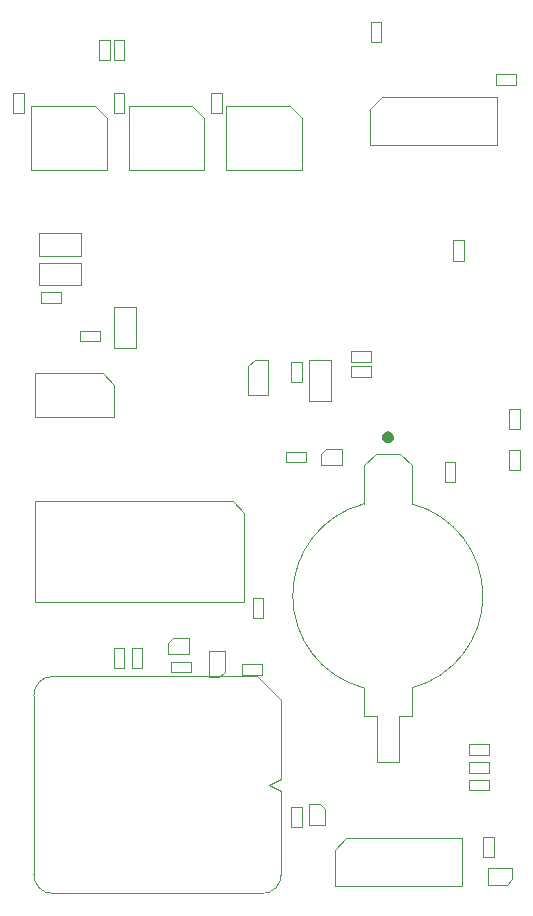
<source format=gbr>
G04 DipTrace 4.3.0.5*
G04 TopAssembly.gbr*
%MOIN*%
G04 #@! TF.FileFunction,Drawing,Top*
G04 #@! TF.Part,Single*
%ADD10C,0.004724*%
%FSLAX26Y26*%
G04*
G70*
G90*
G75*
G01*
G04 TopAssy*
%LPD*%
X1909449Y2216929D2*
D10*
X1830709D1*
X1950787Y2049016D2*
Y2177559D1*
X1789370Y2049016D2*
Y2177559D1*
X1909449Y2216929D2*
X1950787Y2177559D1*
X1830709Y2216929D2*
X1789370Y2177559D1*
X1950787Y1436024D2*
Y1342913D1*
X1789370Y1436024D2*
Y1342913D1*
X1907480D2*
Y1189370D1*
X1832677D2*
Y1342913D1*
X1950787D2*
X1907480D1*
Y1189370D2*
X1832677D1*
Y1342913D2*
X1789370D1*
Y2049016D2*
G03X1789370Y1436024I80708J-306496D01*
G01*
X1950787D2*
G03X1950787Y2049016I-80710J306496D01*
G01*
G36*
X1870079Y2290748D2*
X1872648Y2290580D1*
X1875174Y2290077D1*
X1877612Y2289250D1*
X1879921Y2288111D1*
X1882062Y2286680D1*
X1883998Y2284982D1*
X1885696Y2283046D1*
X1887127Y2280906D1*
X1888265Y2278596D1*
X1889093Y2276158D1*
X1889595Y2273632D1*
X1889764Y2271063D1*
X1889595Y2268494D1*
X1889093Y2265968D1*
X1888265Y2263530D1*
X1887127Y2261220D1*
X1885696Y2259079D1*
X1883998Y2257144D1*
X1882062Y2255446D1*
X1879921Y2254015D1*
X1877612Y2252876D1*
X1875174Y2252049D1*
X1872648Y2251546D1*
X1870079Y2251378D1*
D1*
X1867509Y2251546D1*
X1864984Y2252049D1*
X1862546Y2252876D1*
X1860236Y2254015D1*
X1858095Y2255446D1*
X1856159Y2257144D1*
X1854462Y2259079D1*
X1853031Y2261220D1*
X1851892Y2263530D1*
X1851065Y2265968D1*
X1850562Y2268494D1*
X1850394Y2271063D1*
X1850562Y2273632D1*
X1851065Y2276158D1*
X1851892Y2278596D1*
X1853031Y2280906D1*
X1854462Y2283046D1*
X1856159Y2284982D1*
X1858095Y2286680D1*
X1860236Y2288111D1*
X1862546Y2289250D1*
X1864984Y2290077D1*
X1867509Y2290580D1*
X1870079Y2290748D1*
D1*
G37*
X1454724Y1736220D2*
D10*
X1419291D1*
Y1669291D1*
X1454724D1*
Y1736220D1*
X846457Y2777559D2*
Y2852362D1*
X708661D1*
Y2777559D1*
X846457D1*
Y2875984D2*
Y2950787D1*
X708661D1*
Y2875984D1*
X846457D1*
X781496Y2718504D2*
Y2753937D1*
X714567D1*
Y2718504D1*
X781496D1*
X1031494Y2706694D2*
X956691Y2706692D1*
X956695Y2568897D1*
X1031498Y2568899D1*
X1031494Y2706694D1*
X909449Y2590551D2*
Y2625984D1*
X842520D1*
Y2590551D1*
X909449D1*
X1606299Y2391732D2*
X1681102D1*
Y2529528D1*
X1606299D1*
Y2391732D1*
X1547244Y2456693D2*
X1582677D1*
Y2523622D1*
X1547244D1*
Y2456693D1*
X2275591Y2161417D2*
X2311024Y2161418D1*
X2311023Y2228347D1*
X2275590Y2228346D1*
X2275591Y2161417D1*
X1748031Y2507874D2*
Y2472441D1*
X1814961D1*
Y2507874D1*
X1748031D1*
X2275591Y2299212D2*
X2311024Y2299213D1*
X2311023Y2366142D1*
X2275590Y2366141D1*
X2275591Y2299212D1*
X1748031Y2557087D2*
Y2521654D1*
X1814961D1*
Y2557087D1*
X1748031D1*
X2059055Y2122047D2*
X2094488D1*
Y2188976D1*
X2059055D1*
Y2122047D1*
X2124016Y2927165D2*
X2088583D1*
Y2860236D1*
X2124016D1*
Y2927165D1*
X1281496Y3352362D2*
X1316929D1*
Y3419291D1*
X1281496D1*
Y3352362D1*
X956693D2*
X992126D1*
Y3419291D1*
X956693D1*
Y3352362D1*
X622047D2*
X657480D1*
Y3419291D1*
X622047D1*
Y3352362D1*
X2230314Y3482282D2*
X2230315Y3446849D1*
X2297245Y3446851D1*
X2297244Y3482284D1*
X2230314Y3482282D1*
X1582677Y1037402D2*
X1547244D1*
Y970472D1*
X1582677D1*
Y1037402D1*
X907481Y3529527D2*
X942914Y3529528D1*
X942913Y3596457D1*
X907480Y3596456D1*
X907481Y3529527D1*
X956694Y1501968D2*
X992127Y1501969D1*
X992125Y1568898D1*
X956692Y1568897D1*
X956694Y1501968D1*
X1607087Y1049213D2*
X1642913D1*
X1660630Y1031496D1*
Y978346D1*
X1607087D1*
Y1049213D1*
X1647639Y2177952D2*
X1647638Y2213779D1*
X1665354Y2231496D1*
X1718503Y2231497D1*
X1718505Y2177954D1*
X1647639Y2177952D1*
X1135828Y1548030D2*
X1135826Y1583857D1*
X1153542Y1601574D1*
X1206692Y1601577D1*
X1206694Y1548033D1*
X1135828Y1548030D1*
X2285432Y833859D2*
X2285433Y798032D1*
X2267717Y780315D1*
X2202756Y780314D1*
X2202755Y833857D1*
X2285432Y833859D1*
X1514961Y1092520D2*
X1475591Y1112205D1*
X1449816Y750463D2*
G03X1514454Y815932I2939J61741D01*
G01*
X1475591Y1112205D2*
X1514961Y1131890D1*
X690227Y815144D2*
G03X755696Y750507I61741J-2939D01*
G01*
X754908Y1473946D2*
G03X690271Y1408478I-2939J-61741D01*
G01*
X1514567Y813386D2*
X1514961Y1092520D1*
X1449816Y750463D2*
X755696Y750507D1*
X1514961Y1131890D2*
Y1394094D1*
X1435040Y1474016D1*
X754908D1*
X690227Y815144D2*
X690271Y1408478D1*
X2116142Y775591D2*
X1692913D1*
Y895669D1*
X1732283Y935039D1*
X2116142D1*
Y775591D1*
X2234252Y3246063D2*
X1811024D1*
Y3366142D1*
X1850394Y3405512D1*
X2234252D1*
Y3246063D1*
X1325984Y1490157D2*
X1308268Y1472441D1*
X1272441D1*
Y1559055D1*
X1325984D1*
Y1490157D1*
X1598426Y2187009D2*
X1598425Y2222442D1*
X1531496Y2222440D1*
Y2187007D1*
X1598426Y2187009D1*
X2141732Y1129921D2*
Y1094488D1*
X2208661D1*
Y1129921D1*
X2141732D1*
Y1188976D2*
Y1153543D1*
X2208661D1*
Y1188976D1*
X2141732D1*
Y1248031D2*
Y1212598D1*
X2208661D1*
Y1248031D1*
X2141732D1*
X992125Y3596457D2*
X956692Y3596456D1*
X956694Y3529527D1*
X992127Y3529528D1*
X992125Y3596457D1*
X1848424Y3655512D2*
X1812991Y3655511D1*
X1812993Y3588582D1*
X1848426Y3588583D1*
X1848424Y3655512D1*
X1383858Y1513779D2*
X1383859Y1478345D1*
X1450788Y1478347D1*
X1450787Y1513781D1*
X1383858Y1513779D1*
X1214568Y1488190D2*
X1214566Y1523623D1*
X1147637Y1523621D1*
X1147638Y1488188D1*
X1214568Y1488190D1*
X1051180Y1568898D2*
X1015747Y1568897D1*
X1015749Y1501968D1*
X1051182Y1501969D1*
X1051180Y1568898D1*
X2187008Y872047D2*
X2222442Y872048D1*
X2222440Y938977D1*
X2187007Y938976D1*
X2187008Y872047D1*
X1391732Y1720472D2*
X694882D1*
Y2059055D1*
X1352362D1*
X1391732Y2019685D1*
Y1720472D1*
X919291Y2484252D2*
X958661Y2444882D1*
Y2338583D1*
X694882D1*
Y2484252D1*
X919291D1*
X1403543Y2507218D2*
X1425853Y2529528D1*
X1470472D1*
Y2411417D1*
X1403543D1*
Y2507218D1*
X933071Y3161417D2*
X681102D1*
Y3374016D1*
X893701D1*
X933071Y3334646D1*
Y3161417D1*
X1257874D2*
X1005906D1*
Y3374016D1*
X1218504D1*
X1257874Y3334646D1*
Y3161417D1*
X1582677D2*
X1330709D1*
Y3374016D1*
X1543307D1*
X1582677Y3334646D1*
Y3161417D1*
M02*

</source>
